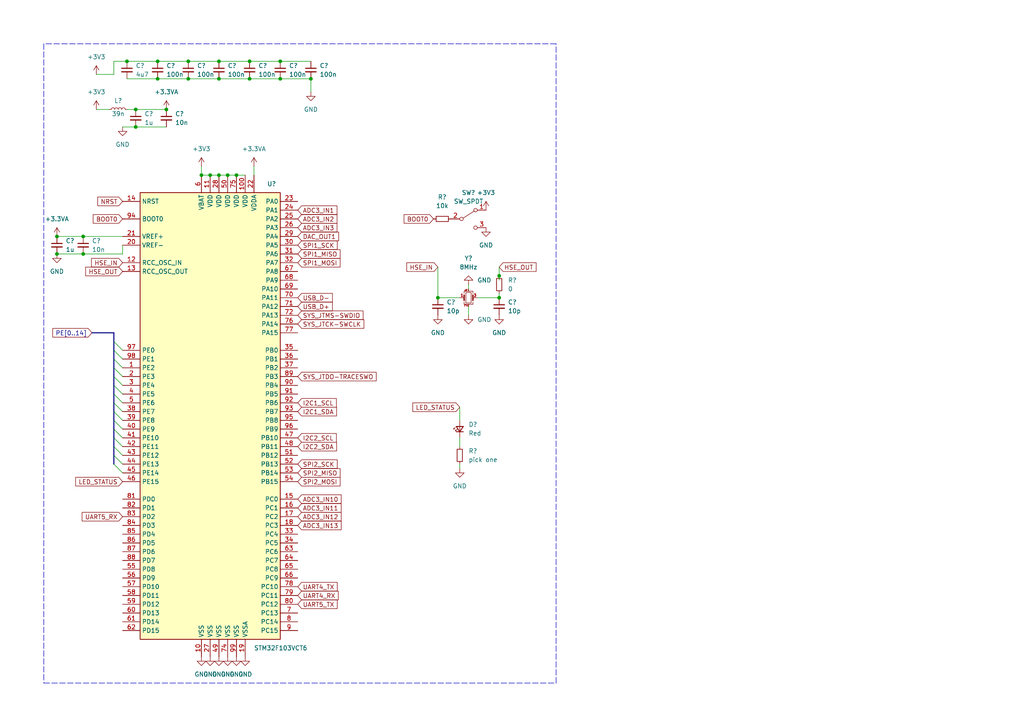
<source format=kicad_sch>
(kicad_sch (version 20211123) (generator eeschema)
  (paper "A4")
  (title_block (date "2023-01-12"))
  (lib_symbols
    (symbol "Device:C_Small" (pin_numbers hide) (pin_names (offset 0.254) hide)
      (property "Reference" "C" (at 0.254 1.778 0))
      (property "Value" "C_Small" (at 0.254 -2.032 0))
      (symbol "C_Small_0_1"
        (polyline (pts (xy -1.524 -0.508) (xy 1.524 -0.508)) (stroke (width 0.3302)))
        (polyline (pts (xy -1.524 0.508) (xy 1.524 0.508)) (stroke (width 0.3048)))
      )
      (symbol "C_Small_1_1"
        (pin passive line (at 0 2.54 270) (length 2.032) (name "~") (number "1"))
        (pin passive line (at 0 -2.54 90) (length 2.032) (name "~") (number "2"))
      )
    )
    (symbol "Device:Crystal_GND24_Small" (pin_names (offset 1.016) hide)
      (property "Reference" "Y" (at 1.27 4.445 0))
      (property "Value" "Crystal_GND24_Small" (at 1.27 2.54 0))
      (symbol "Crystal_GND24_Small_0_1"
        (rectangle (start -0.762 -1.524) (end 0.762 1.524))
        (polyline (pts (xy -1.27 -0.762) (xy -1.27 0.762)) (stroke (width 0.381)))
        (polyline (pts (xy 1.27 -0.762) (xy 1.27 0.762)) (stroke (width 0.381)))
        (polyline (pts (xy -1.27 -1.27) (xy -1.27 -1.905) (xy 1.27 -1.905) (xy 1.27 -1.27)))
        (polyline (pts (xy -1.27 1.27) (xy -1.27 1.905) (xy 1.27 1.905) (xy 1.27 1.27)))
      )
      (symbol "Crystal_GND24_Small_1_1"
        (pin passive line (at -2.54 0 0) (length 1.27) (name "1") (number "1"))
        (pin passive line (at 0 -2.54 90) (length 0.635) (name "2") (number "2"))
        (pin passive line (at 2.54 0 180) (length 1.27) (name "3") (number "3"))
        (pin passive line (at 0 2.54 270) (length 0.635) (name "4") (number "4"))
      )
    )
    (symbol "Device:LED_Small" (pin_numbers hide) (pin_names (offset 0.254) hide)
      (property "Reference" "D" (at -1.27 3.175 0))
      (property "Value" "LED_Small" (at -4.445 -2.54 0))
      (symbol "LED_Small_0_1"
        (polyline (pts (xy -0.762 -1.016) (xy -0.762 1.016)) (stroke (width 0.254)))
        (polyline (pts (xy 1.016 0) (xy -0.762 0)))
        (polyline (pts (xy 0.762 -1.016) (xy -0.762 0) (xy 0.762 1.016) (xy 0.762 -1.016)) (stroke (width 0.254)))
        (polyline (pts (xy 0 0.762) (xy -0.508 1.27) (xy -0.254 1.27) (xy -0.508 1.27) (xy -0.508 1.016)))
        (polyline (pts (xy 0.508 1.27) (xy 0 1.778) (xy 0.254 1.778) (xy 0 1.778) (xy 0 1.524)))
      )
      (symbol "LED_Small_1_1"
        (pin passive line (at -2.54 0 0) (length 1.778) (name "K") (number "1"))
        (pin passive line (at 2.54 0 180) (length 1.778) (name "A") (number "2"))
      )
    )
    (symbol "Device:L_Small" (pin_numbers hide) (pin_names (offset 0.254) hide)
      (property "Reference" "L" (at 0.762 1.016 0))
      (property "Value" "L_Small" (at 0.762 -1.016 0))
      (symbol "L_Small_0_1"
        (arc (start 0 -2.032) (mid 0.508 -1.524) (end 0 -1.016))
        (arc (start 0 -1.016) (mid 0.508 -0.508) (end 0 0))
        (arc (start 0 0) (mid 0.508 0.508) (end 0 1.016))
        (arc (start 0 1.016) (mid 0.508 1.524) (end 0 2.032))
      )
      (symbol "L_Small_1_1"
        (pin passive line (at 0 2.54 270) (length 0.508) (name "~") (number "1"))
        (pin passive line (at 0 -2.54 90) (length 0.508) (name "~") (number "2"))
      )
    )
    (symbol "Device:R_Small" (pin_numbers hide) (pin_names (offset 0.254) hide)
      (property "Reference" "R" (at 0.762 0.508 0))
      (property "Value" "R_Small" (at 0.762 -1.016 0))
      (symbol "R_Small_0_1"
        (rectangle (start -0.762 1.778) (end 0.762 -1.778) (stroke (width 0.2032)))
      )
      (symbol "R_Small_1_1"
        (pin passive line (at 0 2.54 270) (length 0.762) (name "~") (number "1"))
        (pin passive line (at 0 -2.54 90) (length 0.762) (name "~") (number "2"))
      )
    )
    (symbol "MCU_ST_STM32F1:STM32F103VCTx"
      (property "Reference" "U" (at -20.32 64.77 0))
      (property "Value" "STM32F103VCTx" (at 15.24 64.77 0))
      (symbol "STM32F103VCTx_0_1"
        (rectangle (start -20.32 -66.04) (end 20.32 63.5) (stroke (width 0.254)) (fill (type background)))
      )
      (symbol "STM32F103VCTx_1_1"
        (pin bidirectional line (at -25.4 12.7 0) (length 5.08) (name "PE2") (number "1"))
        (pin power_in line (at -2.54 -71.12 90) (length 5.08) (name "VSS") (number "10"))
        (pin power_in line (at 10.16 68.58 270) (length 5.08) (name "VDD") (number "100"))
        (pin power_in line (at 0 68.58 270) (length 5.08) (name "VDD") (number "11"))
        (pin input line (at -25.4 43.18 0) (length 5.08) (name "RCC_OSC_IN") (number "12"))
        (pin input line (at -25.4 40.64 0) (length 5.08) (name "RCC_OSC_OUT") (number "13"))
        (pin input line (at -25.4 60.96 0) (length 5.08) (name "NRST") (number "14"))
        (pin bidirectional line (at 25.4 -25.4 180) (length 5.08) (name "PC0") (number "15"))
        (pin bidirectional line (at 25.4 -27.94 180) (length 5.08) (name "PC1") (number "16"))
        (pin bidirectional line (at 25.4 -30.48 180) (length 5.08) (name "PC2") (number "17"))
        (pin bidirectional line (at 25.4 -33.02 180) (length 5.08) (name "PC3") (number "18"))
        (pin power_in line (at 10.16 -71.12 90) (length 5.08) (name "VSSA") (number "19"))
        (pin bidirectional line (at -25.4 10.16 0) (length 5.08) (name "PE3") (number "2"))
        (pin power_in line (at -25.4 48.26 0) (length 5.08) (name "VREF-") (number "20"))
        (pin power_in line (at -25.4 50.8 0) (length 5.08) (name "VREF+") (number "21"))
        (pin power_in line (at 12.7 68.58 270) (length 5.08) (name "VDDA") (number "22"))
        (pin bidirectional line (at 25.4 60.96 180) (length 5.08) (name "PA0") (number "23"))
        (pin bidirectional line (at 25.4 58.42 180) (length 5.08) (name "PA1") (number "24"))
        (pin bidirectional line (at 25.4 55.88 180) (length 5.08) (name "PA2") (number "25"))
        (pin bidirectional line (at 25.4 53.34 180) (length 5.08) (name "PA3") (number "26"))
        (pin power_in line (at 0 -71.12 90) (length 5.08) (name "VSS") (number "27"))
        (pin power_in line (at 2.54 68.58 270) (length 5.08) (name "VDD") (number "28"))
        (pin bidirectional line (at 25.4 50.8 180) (length 5.08) (name "PA4") (number "29"))
        (pin bidirectional line (at -25.4 7.62 0) (length 5.08) (name "PE4") (number "3"))
        (pin bidirectional line (at 25.4 48.26 180) (length 5.08) (name "PA5") (number "30"))
        (pin bidirectional line (at 25.4 45.72 180) (length 5.08) (name "PA6") (number "31"))
        (pin bidirectional line (at 25.4 43.18 180) (length 5.08) (name "PA7") (number "32"))
        (pin bidirectional line (at 25.4 -35.56 180) (length 5.08) (name "PC4") (number "33"))
        (pin bidirectional line (at 25.4 -38.1 180) (length 5.08) (name "PC5") (number "34"))
        (pin bidirectional line (at 25.4 17.78 180) (length 5.08) (name "PB0") (number "35"))
        (pin bidirectional line (at 25.4 15.24 180) (length 5.08) (name "PB1") (number "36"))
        (pin bidirectional line (at 25.4 12.7 180) (length 5.08) (name "PB2") (number "37"))
        (pin bidirectional line (at -25.4 0 0) (length 5.08) (name "PE7") (number "38"))
        (pin bidirectional line (at -25.4 -2.54 0) (length 5.08) (name "PE8") (number "39"))
        (pin bidirectional line (at -25.4 5.08 0) (length 5.08) (name "PE5") (number "4"))
        (pin bidirectional line (at -25.4 -5.08 0) (length 5.08) (name "PE9") (number "40"))
        (pin bidirectional line (at -25.4 -7.62 0) (length 5.08) (name "PE10") (number "41"))
        (pin bidirectional line (at -25.4 -10.16 0) (length 5.08) (name "PE11") (number "42"))
        (pin bidirectional line (at -25.4 -12.7 0) (length 5.08) (name "PE12") (number "43"))
        (pin bidirectional line (at -25.4 -15.24 0) (length 5.08) (name "PE13") (number "44"))
        (pin bidirectional line (at -25.4 -17.78 0) (length 5.08) (name "PE14") (number "45"))
        (pin bidirectional line (at -25.4 -20.32 0) (length 5.08) (name "PE15") (number "46"))
        (pin bidirectional line (at 25.4 -7.62 180) (length 5.08) (name "PB10") (number "47"))
        (pin bidirectional line (at 25.4 -10.16 180) (length 5.08) (name "PB11") (number "48"))
        (pin power_in line (at 2.54 -71.12 90) (length 5.08) (name "VSS") (number "49"))
        (pin bidirectional line (at -25.4 2.54 0) (length 5.08) (name "PE6") (number "5"))
        (pin power_in line (at 5.08 68.58 270) (length 5.08) (name "VDD") (number "50"))
        (pin bidirectional line (at 25.4 -12.7 180) (length 5.08) (name "PB12") (number "51"))
        (pin bidirectional line (at 25.4 -15.24 180) (length 5.08) (name "PB13") (number "52"))
        (pin bidirectional line (at 25.4 -17.78 180) (length 5.08) (name "PB14") (number "53"))
        (pin bidirectional line (at 25.4 -20.32 180) (length 5.08) (name "PB15") (number "54"))
        (pin bidirectional line (at -25.4 -45.72 0) (length 5.08) (name "PD8") (number "55"))
        (pin bidirectional line (at -25.4 -48.26 0) (length 5.08) (name "PD9") (number "56"))
        (pin bidirectional line (at -25.4 -50.8 0) (length 5.08) (name "PD10") (number "57"))
        (pin bidirectional line (at -25.4 -53.34 0) (length 5.08) (name "PD11") (number "58"))
        (pin bidirectional line (at -25.4 -55.88 0) (length 5.08) (name "PD12") (number "59"))
        (pin power_in line (at -2.54 68.58 270) (length 5.08) (name "VBAT") (number "6"))
        (pin bidirectional line (at -25.4 -58.42 0) (length 5.08) (name "PD13") (number "60"))
        (pin bidirectional line (at -25.4 -60.96 0) (length 5.08) (name "PD14") (number "61"))
        (pin bidirectional line (at -25.4 -63.5 0) (length 5.08) (name "PD15") (number "62"))
        (pin bidirectional line (at 25.4 -40.64 180) (length 5.08) (name "PC6") (number "63"))
        (pin bidirectional line (at 25.4 -43.18 180) (length 5.08) (name "PC7") (number "64"))
        (pin bidirectional line (at 25.4 -45.72 180) (length 5.08) (name "PC8") (number "65"))
        (pin bidirectional line (at 25.4 -48.26 180) (length 5.08) (name "PC9") (number "66"))
        (pin bidirectional line (at 25.4 40.64 180) (length 5.08) (name "PA8") (number "67"))
        (pin bidirectional line (at 25.4 38.1 180) (length 5.08) (name "PA9") (number "68"))
        (pin bidirectional line (at 25.4 35.56 180) (length 5.08) (name "PA10") (number "69"))
        (pin bidirectional line (at 25.4 -58.42 180) (length 5.08) (name "PC13") (number "7"))
        (pin bidirectional line (at 25.4 33.02 180) (length 5.08) (name "PA11") (number "70"))
        (pin bidirectional line (at 25.4 30.48 180) (length 5.08) (name "PA12") (number "71"))
        (pin bidirectional line (at 25.4 27.94 180) (length 5.08) (name "PA13") (number "72"))
        (pin no_connect line (at -20.32 -63.5 0) (length 5.08) hide (name "NC") (number "73"))
        (pin power_in line (at 5.08 -71.12 90) (length 5.08) (name "VSS") (number "74"))
        (pin power_in line (at 7.62 68.58 270) (length 5.08) (name "VDD") (number "75"))
        (pin bidirectional line (at 25.4 25.4 180) (length 5.08) (name "PA14") (number "76"))
        (pin bidirectional line (at 25.4 22.86 180) (length 5.08) (name "PA15") (number "77"))
        (pin bidirectional line (at 25.4 -50.8 180) (length 5.08) (name "PC10") (number "78"))
        (pin bidirectional line (at 25.4 -53.34 180) (length 5.08) (name "PC11") (number "79"))
        (pin bidirectional line (at 25.4 -60.96 180) (length 5.08) (name "PC14") (number "8"))
        (pin bidirectional line (at 25.4 -55.88 180) (length 5.08) (name "PC12") (number "80"))
        (pin bidirectional line (at -25.4 -25.4 0) (length 5.08) (name "PD0") (number "81"))
        (pin bidirectional line (at -25.4 -27.94 0) (length 5.08) (name "PD1") (number "82"))
        (pin bidirectional line (at -25.4 -30.48 0) (length 5.08) (name "PD2") (number "83"))
        (pin bidirectional line (at -25.4 -33.02 0) (length 5.08) (name "PD3") (number "84"))
        (pin bidirectional line (at -25.4 -35.56 0) (length 5.08) (name "PD4") (number "85"))
        (pin bidirectional line (at -25.4 -38.1 0) (length 5.08) (name "PD5") (number "86"))
        (pin bidirectional line (at -25.4 -40.64 0) (length 5.08) (name "PD6") (number "87"))
        (pin bidirectional line (at -25.4 -43.18 0) (length 5.08) (name "PD7") (number "88"))
        (pin bidirectional line (at 25.4 10.16 180) (length 5.08) (name "PB3") (number "89"))
        (pin bidirectional line (at 25.4 -63.5 180) (length 5.08) (name "PC15") (number "9"))
        (pin bidirectional line (at 25.4 7.62 180) (length 5.08) (name "PB4") (number "90"))
        (pin bidirectional line (at 25.4 5.08 180) (length 5.08) (name "PB5") (number "91"))
        (pin bidirectional line (at 25.4 2.54 180) (length 5.08) (name "PB6") (number "92"))
        (pin bidirectional line (at 25.4 0 180) (length 5.08) (name "PB7") (number "93"))
        (pin input line (at -25.4 55.88 0) (length 5.08) (name "BOOT0") (number "94"))
        (pin bidirectional line (at 25.4 -2.54 180) (length 5.08) (name "PB8") (number "95"))
        (pin bidirectional line (at 25.4 -5.08 180) (length 5.08) (name "PB9") (number "96"))
        (pin bidirectional line (at -25.4 17.78 0) (length 5.08) (name "PE0") (number "97"))
        (pin bidirectional line (at -25.4 15.24 0) (length 5.08) (name "PE1") (number "98"))
        (pin power_in line (at 7.62 -71.12 90) (length 5.08) (name "VSS") (number "99"))
      )
    )
    (symbol "Switch:SW_SPDT" (pin_names (offset 0) hide)
      (property "Reference" "SW" (at 0 4.318 0))
      (property "Value" "SW_SPDT" (at 0 -5.08 0))
      (symbol "SW_SPDT_0_0"
        (circle (center -2.032 0) (radius 0.508))
        (circle (center 2.032 -2.54) (radius 0.508))
      )
      (symbol "SW_SPDT_0_1"
        (polyline (pts (xy -1.524 0.254) (xy 1.651 2.286)))
        (circle (center 2.032 2.54) (radius 0.508))
      )
      (symbol "SW_SPDT_1_1"
        (pin passive line (at 5.08 2.54 180) (length 2.54) (name "A") (number "1"))
        (pin passive line (at -5.08 0 0) (length 2.54) (name "B") (number "2"))
        (pin passive line (at 5.08 -2.54 180) (length 2.54) (name "C") (number "3"))
      )
    )
    (symbol "power:+3.3VA" (power) (pin_names (offset 0))
      (property "Value" "+3.3VA" (at 0 3.556 0))
      (symbol "+3.3VA_0_1"
        (polyline (pts (xy -0.762 1.27) (xy 0 2.54)))
        (polyline (pts (xy 0 0) (xy 0 2.54)))
        (polyline (pts (xy 0 2.54) (xy 0.762 1.27)))
      )
      (symbol "+3.3VA_1_1"
        (pin power_in line (at 0 0 90) (length 0) hide (name "+3.3VA") (number "1"))
      )
    )
    (symbol "power:+3V3" (power) (pin_names (offset 0))
      (property "Value" "+3V3" (at 0 3.556 0))
      (symbol "+3V3_0_1"
        (polyline (pts (xy -0.762 1.27) (xy 0 2.54)))
        (polyline (pts (xy 0 0) (xy 0 2.54)))
        (polyline (pts (xy 0 2.54) (xy 0.762 1.27)))
      )
      (symbol "+3V3_1_1"
        (pin power_in line (at 0 0 90) (length 0) hide (name "+3V3") (number "1"))
      )
    )
    (symbol "power:GND" (power) (pin_names (offset 0))
      (property "Value" "GND" (at 0 -3.81 0))
      (symbol "GND_0_1"
        (polyline (pts (xy 0 0) (xy 0 -1.27) (xy 1.27 -1.27) (xy 0 -2.54) (xy -1.27 -1.27) (xy 0 -1.27)))
      )
      (symbol "GND_1_1"
        (pin power_in line (at 0 0 270) (length 0) hide (name "GND") (number "1"))
      )
    )
  )
  (junction (at 72.39 17.78))
  (junction (at 48.26 31.75))
  (junction (at 16.51 68.58))
  (junction (at 127 86.36))
  (junction (at 45.72 22.86))
  (junction (at 63.5 22.86))
  (junction (at 58.42 50.8))
  (junction (at 39.37 36.83))
  (junction (at 66.04 50.8))
  (junction (at 24.13 73.66))
  (junction (at 63.5 17.78))
  (junction (at 45.72 17.78))
  (junction (at 16.51 73.66))
  (junction (at 24.13 68.58))
  (junction (at 144.78 86.36))
  (junction (at 72.39 22.86))
  (junction (at 68.58 50.8))
  (junction (at 60.96 50.8))
  (junction (at 90.17 22.86))
  (junction (at 81.28 17.78))
  (junction (at 54.61 17.78))
  (junction (at 81.28 22.86))
  (junction (at 54.61 22.86))
  (junction (at 36.83 17.78))
  (junction (at 144.78 80.01))
  (junction (at 39.37 31.75))
  (junction (at 63.5 50.8))
  (bus_entry (at 35.56 111.76) (size -2.54 -2.54))
  (bus_entry (at 35.56 114.3) (size -2.54 -2.54))
  (bus_entry (at 35.56 137.16) (size -2.54 -2.54))
  (bus_entry (at 35.56 104.14) (size -2.54 -2.54))
  (bus_entry (at 35.56 101.6) (size -2.54 -2.54))
  (bus_entry (at 35.56 134.62) (size -2.54 -2.54))
  (bus_entry (at 35.56 106.68) (size -2.54 -2.54))
  (bus_entry (at 35.56 124.46) (size -2.54 -2.54))
  (bus_entry (at 35.56 109.22) (size -2.54 -2.54))
  (bus_entry (at 35.56 116.84) (size -2.54 -2.54))
  (bus_entry (at 35.56 121.92) (size -2.54 -2.54))
  (bus_entry (at 35.56 127) (size -2.54 -2.54))
  (bus_entry (at 35.56 129.54) (size -2.54 -2.54))
  (bus_entry (at 35.56 119.38) (size -2.54 -2.54))
  (bus_entry (at 35.56 132.08) (size -2.54 -2.54))
  (wire (pts (xy 60.96 50.8) (xy 63.5 50.8)))
  (polyline (pts (xy 161.29 198.12) (xy 161.29 12.7)))
  (wire (pts (xy 135.89 91.44) (xy 135.89 88.9)))
  (polyline (pts (xy 161.29 12.7) (xy 12.7 12.7)))
  (bus (pts (xy 33.02 121.92) (xy 33.02 124.46)))
  (bus (pts (xy 33.02 129.54) (xy 33.02 132.08)))
  (wire (pts (xy 36.83 31.75) (xy 39.37 31.75)))
  (wire (pts (xy 133.35 135.89) (xy 133.35 134.62)))
  (wire (pts (xy 39.37 36.83) (xy 48.26 36.83)))
  (wire (pts (xy 39.37 31.75) (xy 48.26 31.75)))
  (bus (pts (xy 33.02 99.06) (xy 33.02 101.6)))
  (wire (pts (xy 45.72 22.86) (xy 54.61 22.86)))
  (wire (pts (xy 66.04 50.8) (xy 68.58 50.8)))
  (bus (pts (xy 33.02 109.22) (xy 33.02 111.76)))
  (wire (pts (xy 27.94 21.59) (xy 33.02 21.59)))
  (bus (pts (xy 33.02 132.08) (xy 33.02 134.62)))
  (wire (pts (xy 133.35 118.11) (xy 133.35 121.92)))
  (polyline (pts (xy 12.7 12.7) (xy 12.7 198.12)))
  (wire (pts (xy 127 77.47) (xy 127 86.36)))
  (wire (pts (xy 138.43 86.36) (xy 144.78 86.36)))
  (bus (pts (xy 26.67 96.52) (xy 33.02 96.52)))
  (wire (pts (xy 35.56 36.83) (xy 39.37 36.83)))
  (wire (pts (xy 72.39 17.78) (xy 81.28 17.78)))
  (wire (pts (xy 58.42 50.8) (xy 60.96 50.8)))
  (wire (pts (xy 58.42 48.26) (xy 58.42 50.8)))
  (bus (pts (xy 33.02 106.68) (xy 33.02 109.22)))
  (wire (pts (xy 135.89 82.55) (xy 135.89 83.82)))
  (bus (pts (xy 33.02 101.6) (xy 33.02 104.14)))
  (bus (pts (xy 33.02 116.84) (xy 33.02 119.38)))
  (wire (pts (xy 24.13 73.66) (xy 35.56 73.66)))
  (bus (pts (xy 33.02 96.52) (xy 33.02 99.06)))
  (bus (pts (xy 33.02 124.46) (xy 33.02 127)))
  (wire (pts (xy 45.72 17.78) (xy 54.61 17.78)))
  (bus (pts (xy 33.02 104.14) (xy 33.02 106.68)))
  (wire (pts (xy 54.61 22.86) (xy 63.5 22.86)))
  (wire (pts (xy 81.28 22.86) (xy 90.17 22.86)))
  (wire (pts (xy 72.39 22.86) (xy 81.28 22.86)))
  (wire (pts (xy 24.13 68.58) (xy 35.56 68.58)))
  (bus (pts (xy 33.02 127) (xy 33.02 129.54)))
  (polyline (pts (xy 12.7 198.12) (xy 161.29 198.12)))
  (wire (pts (xy 33.02 17.78) (xy 36.83 17.78)))
  (wire (pts (xy 90.17 22.86) (xy 90.17 26.67)))
  (wire (pts (xy 144.78 85.09) (xy 144.78 86.36)))
  (bus (pts (xy 33.02 114.3) (xy 33.02 116.84)))
  (wire (pts (xy 63.5 22.86) (xy 72.39 22.86)))
  (wire (pts (xy 54.61 17.78) (xy 63.5 17.78)))
  (wire (pts (xy 73.66 48.26) (xy 73.66 50.8)))
  (wire (pts (xy 133.35 127) (xy 133.35 129.54)))
  (wire (pts (xy 127 86.36) (xy 133.35 86.36)))
  (wire (pts (xy 68.58 50.8) (xy 71.12 50.8)))
  (wire (pts (xy 144.78 80.01) (xy 144.78 81.28)))
  (wire (pts (xy 144.78 77.47) (xy 144.78 80.01)))
  (wire (pts (xy 35.56 73.66) (xy 35.56 71.12)))
  (wire (pts (xy 36.83 22.86) (xy 45.72 22.86)))
  (wire (pts (xy 63.5 17.78) (xy 72.39 17.78)))
  (bus (pts (xy 33.02 111.76) (xy 33.02 114.3)))
  (wire (pts (xy 16.51 68.58) (xy 24.13 68.58)))
  (bus (pts (xy 33.02 119.38) (xy 33.02 121.92)))
  (wire (pts (xy 81.28 17.78) (xy 90.17 17.78)))
  (wire (pts (xy 27.94 31.75) (xy 31.75 31.75)))
  (wire (pts (xy 16.51 73.66) (xy 24.13 73.66)))
  (wire (pts (xy 33.02 21.59) (xy 33.02 17.78)))
  (wire (pts (xy 36.83 17.78) (xy 45.72 17.78)))
  (wire (pts (xy 63.5 50.8) (xy 66.04 50.8)))
  (global_label "UART4_RX" (shape input) (at 86.36 172.72 0) (property "Intersheet References" "${INTERSHEET_REFS}" (effects hide)))
  (global_label "I2C2_SCL" (shape input) (at 86.36 127 0) (property "Intersheet References" "${INTERSHEET_REFS}" (effects hide)))
  (global_label "SYS_JTDO-TRACESWO" (shape input) (at 86.36 109.22 0) (property "Intersheet References" "${INTERSHEET_REFS}" (effects hide)))
  (global_label "ADC3_IN1" (shape input) (at 86.36 60.96 0) (property "Intersheet References" "${INTERSHEET_REFS}" (effects hide)))
  (global_label "USB_D+" (shape input) (at 86.36 88.9 0) (property "Intersheet References" "${INTERSHEET_REFS}" (effects hide)))
  (global_label "I2C1_SCL" (shape input) (at 86.36 116.84 0) (property "Intersheet References" "${INTERSHEET_REFS}" (effects hide)))
  (global_label "HSE_IN" (shape input) (at 35.56 76.2 180) (property "Intersheet References" "${INTERSHEET_REFS}" (effects hide)))
  (global_label "ADC3_IN10" (shape input) (at 86.36 144.78 0) (property "Intersheet References" "${INTERSHEET_REFS}" (effects hide)))
  (global_label "ADC3_IN3" (shape input) (at 86.36 66.04 0) (property "Intersheet References" "${INTERSHEET_REFS}" (effects hide)))
  (global_label "I2C2_SDA" (shape input) (at 86.36 129.54 0) (property "Intersheet References" "${INTERSHEET_REFS}" (effects hide)))
  (global_label "DAC_OUT1" (shape input) (at 86.36 68.58 0) (property "Intersheet References" "${INTERSHEET_REFS}" (effects hide)))
  (global_label "BOOT0" (shape input) (at 35.56 63.5 180) (property "Intersheet References" "${INTERSHEET_REFS}" (effects hide)))
  (global_label "SPI1_MISO" (shape input) (at 86.36 73.66 0) (property "Intersheet References" "${INTERSHEET_REFS}" (effects hide)))
  (global_label "SYS_JTCK-SWCLK" (shape input) (at 86.36 93.98 0) (property "Intersheet References" "${INTERSHEET_REFS}" (effects hide)))
  (global_label "LED_STATUS" (shape input) (at 133.35 118.11 180) (property "Intersheet References" "${INTERSHEET_REFS}" (effects hide)))
  (global_label "SPI2_MOSI" (shape input) (at 86.36 139.7 0) (property "Intersheet References" "${INTERSHEET_REFS}" (effects hide)))
  (global_label "HSE_OUT" (shape input) (at 144.78 77.47 0) (property "Intersheet References" "${INTERSHEET_REFS}" (effects hide)))
  (global_label "ADC3_IN12" (shape input) (at 86.36 149.86 0) (property "Intersheet References" "${INTERSHEET_REFS}" (effects hide)))
  (global_label "HSE_IN" (shape input) (at 127 77.47 180) (property "Intersheet References" "${INTERSHEET_REFS}" (effects hide)))
  (global_label "SYS_JTMS-SWDIO" (shape input) (at 86.36 91.44 0) (property "Intersheet References" "${INTERSHEET_REFS}" (effects hide)))
  (global_label "ADC3_IN11" (shape input) (at 86.36 147.32 0) (property "Intersheet References" "${INTERSHEET_REFS}" (effects hide)))
  (global_label "SPI1_SCK" (shape input) (at 86.36 71.12 0) (property "Intersheet References" "${INTERSHEET_REFS}" (effects hide)))
  (global_label "BOOT0" (shape input) (at 125.73 63.5 180) (property "Intersheet References" "${INTERSHEET_REFS}" (effects hide)))
  (global_label "SPI2_SCK" (shape input) (at 86.36 134.62 0) (property "Intersheet References" "${INTERSHEET_REFS}" (effects hide)))
  (global_label "UART4_TX" (shape input) (at 86.36 170.18 0) (property "Intersheet References" "${INTERSHEET_REFS}" (effects hide)))
  (global_label "UART5_RX" (shape input) (at 35.56 149.86 180) (property "Intersheet References" "${INTERSHEET_REFS}" (effects hide)))
  (global_label "PE[0..14]" (shape input) (at 26.67 96.52 180) (property "Intersheet References" "${INTERSHEET_REFS}" (effects hide)))
  (global_label "I2C1_SDA" (shape input) (at 86.36 119.38 0) (property "Intersheet References" "${INTERSHEET_REFS}" (effects hide)))
  (global_label "HSE_OUT" (shape input) (at 35.56 78.74 180) (property "Intersheet References" "${INTERSHEET_REFS}" (effects hide)))
  (global_label "UART5_TX" (shape input) (at 86.36 175.26 0) (property "Intersheet References" "${INTERSHEET_REFS}" (effects hide)))
  (global_label "SPI2_MISO" (shape input) (at 86.36 137.16 0) (property "Intersheet References" "${INTERSHEET_REFS}" (effects hide)))
  (global_label "USB_D-" (shape input) (at 86.36 86.36 0) (property "Intersheet References" "${INTERSHEET_REFS}" (effects hide)))
  (global_label "ADC3_IN13" (shape input) (at 86.36 152.4 0) (property "Intersheet References" "${INTERSHEET_REFS}" (effects hide)))
  (global_label "LED_STATUS" (shape input) (at 35.56 139.7 180) (property "Intersheet References" "${INTERSHEET_REFS}" (effects hide)))
  (global_label "SPI1_MOSI" (shape input) (at 86.36 76.2 0) (property "Intersheet References" "${INTERSHEET_REFS}" (effects hide)))
  (global_label "ADC3_IN2" (shape input) (at 86.36 63.5 0) (property "Intersheet References" "${INTERSHEET_REFS}" (effects hide)))
  (global_label "NRST" (shape input) (at 35.56 58.42 180) (property "Intersheet References" "${INTERSHEET_REFS}" (effects hide)))
  (symbol (lib_id "Device:R_Small") (at 133.35 132.08 0) (unit 1)
    (property "Reference" "R?" (at 135.89 130.8099 0) (effects (justify left)))
    (property "Value" "pick one" (at 135.89 133.3499 0) (effects (justify left)))
  )
  (symbol (lib_id "power:+3.3VA") (at 48.26 31.75 0) (unit 1)
    (property "Reference" "#PWR?" (effects hide))
    (property "Value" "+3.3VA" (at 48.26 26.67 0))
  )
  (symbol (lib_id "Device:C_Small") (at 54.61 20.32 0) (unit 1)
    (property "Reference" "C?" (at 57.15 19.0562 0) (effects (justify left)))
    (property "Value" "100n" (at 57.15 21.5962 0) (effects (justify left)))
  )
  (symbol (lib_id "power:+3.3VA") (at 73.66 48.26 0) (unit 1)
    (property "Reference" "#PWR?" (effects hide))
    (property "Value" "+3.3VA" (at 73.66 43.18 0))
  )
  (symbol (lib_id "Device:C_Small") (at 72.39 20.32 0) (unit 1)
    (property "Reference" "C?" (at 74.93 19.0562 0) (effects (justify left)))
    (property "Value" "100n" (at 74.93 21.5962 0) (effects (justify left)))
  )
  (symbol (lib_id "power:+3V3") (at 140.97 60.96 0) (unit 1)
    (property "Reference" "#PWR?" (effects hide))
    (property "Value" "+3V3" (at 140.97 55.88 0))
  )
  (symbol (lib_id "Device:C_Small") (at 63.5 20.32 0) (unit 1)
    (property "Reference" "C?" (at 66.04 19.0562 0) (effects (justify left)))
    (property "Value" "100n" (at 66.04 21.5962 0) (effects (justify left)))
  )
  (symbol (lib_id "Device:C_Small") (at 24.13 71.12 0) (unit 1)
    (property "Reference" "C?" (at 26.67 69.8562 0) (effects (justify left)))
    (property "Value" "10n" (at 26.67 72.3962 0) (effects (justify left)))
  )
  (symbol (lib_id "power:GND") (at 90.17 26.67 0) (unit 1)
    (property "Reference" "#PWR?" (effects hide))
    (property "Value" "GND" (at 90.17 31.75 0))
  )
  (symbol (lib_id "power:GND") (at 135.89 91.44 0) (unit 1)
    (property "Reference" "#PWR?" (effects hide))
    (property "Value" "GND" (at 138.43 92.7099 0) (effects (justify left)))
  )
  (symbol (lib_id "power:GND") (at 71.12 190.5 0) (unit 1)
    (property "Reference" "#PWR?" (effects hide))
    (property "Value" "GND" (at 71.12 195.58 0))
  )
  (symbol (lib_id "power:GND") (at 58.42 190.5 0) (unit 1)
    (property "Reference" "#PWR?" (effects hide))
    (property "Value" "GND" (at 58.42 195.58 0))
  )
  (symbol (lib_id "power:+3.3VA") (at 16.51 68.58 0) (unit 1)
    (property "Reference" "#PWR?" (effects hide))
    (property "Value" "+3.3VA" (at 16.51 63.5 0))
  )
  (symbol (lib_id "power:GND") (at 16.51 73.66 0) (unit 1)
    (property "Reference" "#PWR?" (effects hide))
    (property "Value" "GND" (at 16.51 78.74 0))
  )
  (symbol (lib_id "Device:LED_Small") (at 133.35 124.46 90) (unit 1)
    (property "Reference" "D?" (at 135.89 123.1264 90) (effects (justify right)))
    (property "Value" "Red" (at 135.89 125.6664 90) (effects (justify right)))
  )
  (symbol (lib_id "power:GND") (at 133.35 135.89 0) (unit 1)
    (property "Reference" "#PWR?" (effects hide))
    (property "Value" "GND" (at 133.35 140.97 0))
  )
  (symbol (lib_id "power:GND") (at 68.58 190.5 0) (unit 1)
    (property "Reference" "#PWR?" (effects hide))
    (property "Value" "GND" (at 68.58 195.58 0))
  )
  (symbol (lib_id "power:GND") (at 144.78 91.44 0) (unit 1)
    (property "Reference" "#PWR?" (effects hide))
    (property "Value" "GND" (at 144.78 96.52 0))
  )
  (symbol (lib_id "Device:C_Small") (at 45.72 20.32 0) (unit 1)
    (property "Reference" "C?" (at 48.26 19.0562 0) (effects (justify left)))
    (property "Value" "100n" (at 48.26 21.5962 0) (effects (justify left)))
  )
  (symbol (lib_id "MCU_ST_STM32F1:STM32F103VCTx") (at 60.96 119.38 0) (unit 1)
    (property "Reference" "U?" (at 77.47 53.34 0) (effects (justify left)))
    (property "Value" "STM32F103VCT6" (at 73.66 187.96 0) (effects (justify left)))
    (property "Footprint" "Package_QFP:LQFP-100_14x14mm_P0.5mm" (effects hide))
    (property "Datasheet" "http://www.st.com/st-web-ui/static/active/en/resource/technical/document/datasheet/CD00191185.pdf" (effects hide))
  )
  (symbol (lib_id "power:+3V3") (at 27.94 21.59 0) (unit 1)
    (property "Reference" "#PWR?" (effects hide))
    (property "Value" "+3V3" (at 27.94 16.51 0))
  )
  (symbol (lib_id "power:GND") (at 60.96 190.5 0) (unit 1)
    (property "Reference" "#PWR?" (effects hide))
    (property "Value" "GND" (at 60.96 195.58 0))
  )
  (symbol (lib_id "Device:C_Small") (at 81.28 20.32 0) (unit 1)
    (property "Reference" "C?" (at 83.82 19.0562 0) (effects (justify left)))
    (property "Value" "100n" (at 83.82 21.5962 0) (effects (justify left)))
  )
  (symbol (lib_id "power:GND") (at 66.04 190.5 0) (unit 1)
    (property "Reference" "#PWR?" (effects hide))
    (property "Value" "GND" (at 66.04 195.58 0))
  )
  (symbol (lib_id "Device:Crystal_GND24_Small") (at 135.89 86.36 0) (unit 1)
    (property "Reference" "Y?" (at 135.89 74.93 0))
    (property "Value" "8MHz" (at 135.89 77.47 0))
    (property "Datasheet" "https://www.mouser.com/ProductDetail/ABRACON/ABM3B-8.000MHZ-10-1-U-T?qs=axzvp2Rdp5%252B1td01iPkwcw%3D%3D" (effects hide))
  )
  (symbol (lib_id "Device:C_Small") (at 16.51 71.12 0) (unit 1)
    (property "Reference" "C?" (at 19.05 69.8562 0) (effects (justify left)))
    (property "Value" "1u" (at 19.05 72.3962 0) (effects (justify left)))
  )
  (symbol (lib_id "Device:C_Small") (at 48.26 34.29 0) (unit 1)
    (property "Reference" "C?" (at 50.8 33.0262 0) (effects (justify left)))
    (property "Value" "10n" (at 50.8 35.5662 0) (effects (justify left)))
  )
  (symbol (lib_id "Switch:SW_SPDT") (at 135.89 63.5 0) (unit 1)
    (property "Reference" "SW?" (at 135.89 55.88 0))
    (property "Value" "SW_SPDT" (at 135.89 58.42 0))
  )
  (symbol (lib_id "Device:C_Small") (at 36.83 20.32 0) (unit 1)
    (property "Reference" "C?" (at 39.37 19.0562 0) (effects (justify left)))
    (property "Value" "4u7" (at 39.37 21.5962 0) (effects (justify left)))
  )
  (symbol (lib_id "power:GND") (at 135.89 82.55 180) (unit 1)
    (property "Reference" "#PWR?" (effects hide))
    (property "Value" "GND" (at 138.43 81.2799 0) (effects (justify right)))
  )
  (symbol (lib_id "power:GND") (at 63.5 190.5 0) (unit 1)
    (property "Reference" "#PWR?" (effects hide))
    (property "Value" "GND" (at 63.5 195.58 0))
  )
  (symbol (lib_id "Device:C_Small") (at 39.37 34.29 0) (unit 1)
    (property "Reference" "C?" (at 41.91 33.0262 0) (effects (justify left)))
    (property "Value" "1u" (at 41.91 35.5662 0) (effects (justify left)))
  )
  (symbol (lib_id "power:+3V3") (at 58.42 48.26 0) (unit 1)
    (property "Reference" "#PWR?" (effects hide))
    (property "Value" "+3V3" (at 58.42 43.18 0))
  )
  (symbol (lib_id "Device:C_Small") (at 144.78 88.9 0) (unit 1)
    (property "Reference" "C?" (at 147.32 87.6362 0) (effects (justify left)))
    (property "Value" "10p" (at 147.32 90.1762 0) (effects (justify left)))
  )
  (symbol (lib_id "Device:R_Small") (at 128.27 63.5 90) (unit 1)
    (property "Reference" "R?" (at 128.27 57.15 90))
    (property "Value" "10k" (at 128.27 59.69 90))
  )
  (symbol (lib_id "power:GND") (at 140.97 66.04 0) (unit 1)
    (property "Reference" "#PWR?" (effects hide))
    (property "Value" "GND" (at 140.97 71.12 0))
  )
  (symbol (lib_id "Device:C_Small") (at 90.17 20.32 0) (unit 1)
    (property "Reference" "C?" (at 92.71 19.0562 0) (effects (justify left)))
    (property "Value" "100n" (at 92.71 21.5962 0) (effects (justify left)))
  )
  (symbol (lib_id "Device:R_Small") (at 144.78 82.55 0) (unit 1)
    (property "Reference" "R?" (at 147.32 81.2799 0) (effects (justify left)))
    (property "Value" "0" (at 147.32 83.8199 0) (effects (justify left)))
  )
  (symbol (lib_id "power:GND") (at 35.56 36.83 0) (unit 1)
    (property "Reference" "#PWR?" (effects hide))
    (property "Value" "GND" (at 35.56 41.91 0))
  )
  (symbol (lib_id "power:GND") (at 127 91.44 0) (unit 1)
    (property "Reference" "#PWR?" (effects hide))
    (property "Value" "GND" (at 127 96.52 0))
  )
  (symbol (lib_id "Device:L_Small") (at 34.29 31.75 90) (unit 1)
    (property "Reference" "L?" (at 34.29 29.21 90))
    (property "Value" "39n" (at 34.29 33.02 90))
  )
  (symbol (lib_id "power:+3V3") (at 27.94 31.75 0) (unit 1)
    (property "Reference" "#PWR?" (effects hide))
    (property "Value" "+3V3" (at 27.94 26.67 0))
  )
  (symbol (lib_id "Device:C_Small") (at 127 88.9 0) (unit 1)
    (property "Reference" "C?" (at 129.54 87.6362 0) (effects (justify left)))
    (property "Value" "10p" (at 129.54 90.1762 0) (effects (justify left)))
  )
)
</source>
